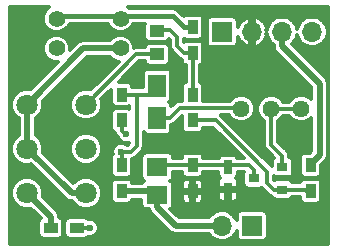
<source format=gtl>
G04 #@! TF.FileFunction,Copper,L1,Top,Signal*
%FSLAX46Y46*%
G04 Gerber Fmt 4.6, Leading zero omitted, Abs format (unit mm)*
G04 Created by KiCad (PCBNEW 4.0.4-1.fc24-product) date Mon Aug 27 11:18:24 2018*
%MOMM*%
%LPD*%
G01*
G04 APERTURE LIST*
%ADD10C,0.100000*%
%ADD11C,1.800000*%
%ADD12R,0.900000X1.200000*%
%ADD13C,1.400000*%
%ADD14C,1.440000*%
%ADD15R,0.750000X1.200000*%
%ADD16R,0.900000X0.800000*%
%ADD17R,1.200000X0.900000*%
%ADD18R,1.250000X1.000000*%
%ADD19R,1.501140X1.950720*%
%ADD20R,1.800860X1.549400*%
%ADD21R,1.700000X1.700000*%
%ADD22O,1.700000X1.700000*%
%ADD23C,0.600000*%
%ADD24C,0.300000*%
%ADD25C,0.500000*%
%ADD26C,0.400000*%
G04 APERTURE END LIST*
D10*
D11*
X139000000Y-92750000D03*
X139000000Y-96500000D03*
X139000000Y-100250000D03*
X144000000Y-92750000D03*
X144000000Y-96500000D03*
X144000000Y-100250000D03*
D12*
X147000000Y-94100000D03*
X147000000Y-91900000D03*
D13*
X141500000Y-85500000D03*
X141500000Y-88000000D03*
X146900000Y-85500000D03*
X146900000Y-88000000D03*
D14*
X162200000Y-93100000D03*
X159660000Y-93100000D03*
X157120000Y-93100000D03*
D12*
X147000000Y-100100000D03*
X147000000Y-97900000D03*
D15*
X156000000Y-98050000D03*
X156000000Y-99950000D03*
D16*
X160600000Y-99950000D03*
X160600000Y-98050000D03*
X158200000Y-99000000D03*
D12*
X153000000Y-97900000D03*
X153000000Y-100100000D03*
X163000000Y-97900000D03*
X163000000Y-100100000D03*
X153000000Y-91900000D03*
X153000000Y-94100000D03*
X153000000Y-88400000D03*
X153000000Y-86200000D03*
D17*
X141000000Y-103200000D03*
X143200000Y-103200000D03*
D18*
X150000000Y-86500000D03*
X150000000Y-88500000D03*
D19*
X150003920Y-93893402D03*
X150003920Y-91145122D03*
D20*
X150003920Y-98019262D03*
X150003920Y-100371302D03*
D21*
X158040000Y-103000000D03*
D22*
X155500000Y-103000000D03*
D21*
X155500000Y-86600000D03*
D22*
X158040000Y-86600000D03*
X160580000Y-86600000D03*
X163120000Y-86600000D03*
D23*
X146963596Y-96736404D03*
X144300000Y-103200000D03*
X147369662Y-95269662D03*
D24*
X158200000Y-99000000D02*
X158200000Y-98300000D01*
X158200000Y-98300000D02*
X157800000Y-97900000D01*
X156150000Y-97900000D02*
X156000000Y-98050000D01*
X157800000Y-97900000D02*
X156150000Y-97900000D01*
X153000000Y-97900000D02*
X155850000Y-97900000D01*
X155850000Y-97900000D02*
X156000000Y-98050000D01*
X153000000Y-97900000D02*
X150076020Y-97900000D01*
X150076020Y-97900000D02*
X150000000Y-97823980D01*
D25*
X147000000Y-100100000D02*
X149923980Y-100100000D01*
X149923980Y-100100000D02*
X150000000Y-100176020D01*
X149860000Y-100515222D02*
X150003920Y-100371302D01*
X150003920Y-101446002D02*
X150003920Y-100371302D01*
X151557918Y-103000000D02*
X150003920Y-101446002D01*
X155500000Y-103000000D02*
X151557918Y-103000000D01*
D24*
X147000000Y-91900000D02*
X148253920Y-91900000D01*
X148253920Y-91900000D02*
X149249042Y-91900000D01*
X147786778Y-96736404D02*
X148253920Y-96269262D01*
X148253920Y-96269262D02*
X148253920Y-91900000D01*
X146963596Y-96736404D02*
X147786778Y-96736404D01*
X149249042Y-91900000D02*
X150003920Y-91145122D01*
X147000000Y-97900000D02*
X147000000Y-96772808D01*
X147000000Y-96772808D02*
X146963596Y-96736404D01*
X143200000Y-103200000D02*
X144300000Y-103200000D01*
X150003920Y-93893402D02*
X151054490Y-93893402D01*
X151054490Y-93893402D02*
X151897893Y-93049999D01*
X151897893Y-93049999D02*
X156973183Y-93049999D01*
X150100000Y-86400000D02*
X151100000Y-86400000D01*
X151100000Y-86400000D02*
X151700000Y-87000000D01*
X151700000Y-87000000D02*
X151700000Y-87800000D01*
X151700000Y-87800000D02*
X152300000Y-88400000D01*
X152300000Y-88400000D02*
X153000000Y-88400000D01*
X152800000Y-88600000D02*
X153000000Y-88400000D01*
X153000000Y-88250000D02*
X153000000Y-88400000D01*
X153000000Y-88400000D02*
X153000000Y-89300000D01*
X153000000Y-89300000D02*
X153000000Y-91900000D01*
X144000000Y-92750000D02*
X148250000Y-88500000D01*
X148250000Y-88500000D02*
X150000000Y-88500000D01*
D26*
X141500000Y-85500000D02*
X141750000Y-85250000D01*
X141750000Y-85250000D02*
X146650000Y-85250000D01*
X146650000Y-85250000D02*
X146800000Y-85400000D01*
X147000000Y-85400000D02*
X147150000Y-85250000D01*
X147150000Y-85250000D02*
X151300000Y-85250000D01*
X151300000Y-85250000D02*
X152250000Y-86200000D01*
X152250000Y-86200000D02*
X153000000Y-86200000D01*
D25*
X160400000Y-86550000D02*
X160400000Y-86300000D01*
X163000000Y-97750000D02*
X163000000Y-97900000D01*
X163750000Y-97000000D02*
X163000000Y-97750000D01*
X163750000Y-90972081D02*
X163750000Y-97000000D01*
X160580000Y-87802081D02*
X163750000Y-90972081D01*
X160580000Y-86600000D02*
X160580000Y-87802081D01*
D24*
X160600000Y-99950000D02*
X162850000Y-99950000D01*
X162850000Y-99950000D02*
X163000000Y-100100000D01*
X160600000Y-99950000D02*
X159850000Y-99950000D01*
X159300000Y-98439998D02*
X154960002Y-94100000D01*
X159850000Y-99950000D02*
X159300000Y-99400000D01*
X159300000Y-99400000D02*
X159300000Y-98439998D01*
X154960002Y-94100000D02*
X153000000Y-94100000D01*
X153000000Y-94100000D02*
X153200000Y-94300000D01*
X162600000Y-100100000D02*
X163000000Y-100100000D01*
X147269662Y-95269662D02*
X147369662Y-95269662D01*
X147000000Y-95000000D02*
X147269662Y-95269662D01*
X147000000Y-94100000D02*
X147000000Y-95000000D01*
X160600000Y-98050000D02*
X160600000Y-97100000D01*
X159660000Y-96160000D02*
X159660000Y-93100000D01*
X160600000Y-97100000D02*
X159660000Y-96160000D01*
X162200000Y-93100000D02*
X160950000Y-93100000D01*
X160950000Y-93100000D02*
X159660000Y-93100000D01*
X160600000Y-98000000D02*
X160550000Y-98050000D01*
X160550000Y-98050000D02*
X160600000Y-98050000D01*
D25*
X146900000Y-88000000D02*
X143750000Y-88000000D01*
X143750000Y-88000000D02*
X139000000Y-92750000D01*
X139000000Y-96500000D02*
X142750000Y-100250000D01*
X142750000Y-100250000D02*
X144000000Y-100250000D01*
X139000000Y-92750000D02*
X139000000Y-94022792D01*
X139000000Y-94022792D02*
X139000000Y-96500000D01*
X141000000Y-102250000D02*
X139000000Y-100250000D01*
X141000000Y-103200000D02*
X141000000Y-102250000D01*
D24*
G36*
X140848577Y-84525077D02*
X140525077Y-84848577D01*
X140350000Y-85271251D01*
X140350000Y-85728749D01*
X140525077Y-86151423D01*
X140848577Y-86474923D01*
X141271251Y-86650000D01*
X141728749Y-86650000D01*
X142151423Y-86474923D01*
X142474923Y-86151423D01*
X142579066Y-85900000D01*
X145820934Y-85900000D01*
X145925077Y-86151423D01*
X146248577Y-86474923D01*
X146671251Y-86650000D01*
X147128749Y-86650000D01*
X147551423Y-86474923D01*
X147874923Y-86151423D01*
X147979066Y-85900000D01*
X148936075Y-85900000D01*
X148916184Y-86000000D01*
X148916184Y-87000000D01*
X148951109Y-87175581D01*
X149050568Y-87324432D01*
X149199419Y-87423891D01*
X149375000Y-87458816D01*
X150625000Y-87458816D01*
X150800581Y-87423891D01*
X150949432Y-87324432D01*
X151040144Y-87188672D01*
X151100000Y-87248528D01*
X151100000Y-87740914D01*
X151088247Y-87800000D01*
X151100000Y-87859086D01*
X151100000Y-87859091D01*
X151121550Y-87967425D01*
X151134814Y-88034108D01*
X151222870Y-88165892D01*
X151267426Y-88232575D01*
X151317519Y-88266046D01*
X151833952Y-88782480D01*
X151867425Y-88832575D01*
X152065892Y-88965187D01*
X152091184Y-88970218D01*
X152091184Y-89000000D01*
X152126109Y-89175581D01*
X152225568Y-89324432D01*
X152374419Y-89423891D01*
X152400000Y-89428979D01*
X152400001Y-90871021D01*
X152374419Y-90876109D01*
X152225568Y-90975568D01*
X152126109Y-91124419D01*
X152091184Y-91300000D01*
X152091184Y-92449999D01*
X151956979Y-92449999D01*
X151897893Y-92438246D01*
X151838806Y-92449999D01*
X151838802Y-92449999D01*
X151663785Y-92484812D01*
X151465318Y-92617424D01*
X151431846Y-92667518D01*
X151208000Y-92891365D01*
X151178381Y-92742461D01*
X151078922Y-92593610D01*
X150967652Y-92519262D01*
X151078922Y-92444914D01*
X151178381Y-92296063D01*
X151213306Y-92120482D01*
X151213306Y-90169762D01*
X151178381Y-89994181D01*
X151078922Y-89845330D01*
X150930071Y-89745871D01*
X150754490Y-89710946D01*
X149253350Y-89710946D01*
X149077769Y-89745871D01*
X148928918Y-89845330D01*
X148829459Y-89994181D01*
X148794534Y-90169762D01*
X148794534Y-91300000D01*
X148313011Y-91300000D01*
X148253920Y-91288246D01*
X148194829Y-91300000D01*
X147908816Y-91300000D01*
X147873891Y-91124419D01*
X147774432Y-90975568D01*
X147625581Y-90876109D01*
X147450000Y-90841184D01*
X146757344Y-90841184D01*
X148498528Y-89100000D01*
X148936075Y-89100000D01*
X148951109Y-89175581D01*
X149050568Y-89324432D01*
X149199419Y-89423891D01*
X149375000Y-89458816D01*
X150625000Y-89458816D01*
X150800581Y-89423891D01*
X150949432Y-89324432D01*
X151048891Y-89175581D01*
X151083816Y-89000000D01*
X151083816Y-88000000D01*
X151048891Y-87824419D01*
X150949432Y-87675568D01*
X150800581Y-87576109D01*
X150625000Y-87541184D01*
X149375000Y-87541184D01*
X149199419Y-87576109D01*
X149050568Y-87675568D01*
X148951109Y-87824419D01*
X148936075Y-87900000D01*
X148309088Y-87900000D01*
X148250000Y-87888247D01*
X148190912Y-87900000D01*
X148190909Y-87900000D01*
X148050000Y-87928029D01*
X148050000Y-87771251D01*
X147874923Y-87348577D01*
X147551423Y-87025077D01*
X147128749Y-86850000D01*
X146671251Y-86850000D01*
X146248577Y-87025077D01*
X145973654Y-87300000D01*
X143818934Y-87300000D01*
X143749999Y-87286288D01*
X143681064Y-87300000D01*
X143681060Y-87300000D01*
X143476874Y-87340615D01*
X143464958Y-87348577D01*
X143303772Y-87456278D01*
X143303771Y-87456279D01*
X143245329Y-87495329D01*
X143206279Y-87553771D01*
X142650000Y-88110050D01*
X142650000Y-87771251D01*
X142474923Y-87348577D01*
X142151423Y-87025077D01*
X141728749Y-86850000D01*
X141271251Y-86850000D01*
X140848577Y-87025077D01*
X140525077Y-87348577D01*
X140350000Y-87771251D01*
X140350000Y-88228749D01*
X140525077Y-88651423D01*
X140848577Y-88974923D01*
X141271251Y-89150000D01*
X141610051Y-89150000D01*
X139333246Y-91426805D01*
X139268532Y-91400000D01*
X138731468Y-91400000D01*
X138235286Y-91605525D01*
X137855525Y-91985286D01*
X137650000Y-92481468D01*
X137650000Y-93018532D01*
X137855525Y-93514714D01*
X138235286Y-93894475D01*
X138300001Y-93921281D01*
X138300001Y-93953848D01*
X138300000Y-93953853D01*
X138300001Y-95328719D01*
X138235286Y-95355525D01*
X137855525Y-95735286D01*
X137650000Y-96231468D01*
X137650000Y-96768532D01*
X137855525Y-97264714D01*
X138235286Y-97644475D01*
X138731468Y-97850000D01*
X139268532Y-97850000D01*
X139333246Y-97823195D01*
X142206277Y-100696226D01*
X142245329Y-100754671D01*
X142476874Y-100909385D01*
X142681060Y-100950000D01*
X142681065Y-100950000D01*
X142750000Y-100963712D01*
X142818935Y-100950000D01*
X142828720Y-100950000D01*
X142855525Y-101014714D01*
X143235286Y-101394475D01*
X143731468Y-101600000D01*
X144268532Y-101600000D01*
X144764714Y-101394475D01*
X145144475Y-101014714D01*
X145350000Y-100518532D01*
X145350000Y-99981468D01*
X145144475Y-99485286D01*
X144764714Y-99105525D01*
X144268532Y-98900000D01*
X143731468Y-98900000D01*
X143235286Y-99105525D01*
X142915380Y-99425431D01*
X140323195Y-96833246D01*
X140350000Y-96768532D01*
X140350000Y-96231468D01*
X142650000Y-96231468D01*
X142650000Y-96768532D01*
X142855525Y-97264714D01*
X143235286Y-97644475D01*
X143731468Y-97850000D01*
X144268532Y-97850000D01*
X144764714Y-97644475D01*
X145144475Y-97264714D01*
X145350000Y-96768532D01*
X145350000Y-96231468D01*
X145144475Y-95735286D01*
X144764714Y-95355525D01*
X144268532Y-95150000D01*
X143731468Y-95150000D01*
X143235286Y-95355525D01*
X142855525Y-95735286D01*
X142650000Y-96231468D01*
X140350000Y-96231468D01*
X140144475Y-95735286D01*
X139764714Y-95355525D01*
X139700000Y-95328720D01*
X139700000Y-93921280D01*
X139764714Y-93894475D01*
X140144475Y-93514714D01*
X140350000Y-93018532D01*
X140350000Y-92481468D01*
X140323195Y-92416754D01*
X144039950Y-88700000D01*
X145973654Y-88700000D01*
X146248577Y-88974923D01*
X146671251Y-89150000D01*
X146751472Y-89150000D01*
X144433246Y-91468227D01*
X144268532Y-91400000D01*
X143731468Y-91400000D01*
X143235286Y-91605525D01*
X142855525Y-91985286D01*
X142650000Y-92481468D01*
X142650000Y-93018532D01*
X142855525Y-93514714D01*
X143235286Y-93894475D01*
X143731468Y-94100000D01*
X144268532Y-94100000D01*
X144764714Y-93894475D01*
X145144475Y-93514714D01*
X145350000Y-93018532D01*
X145350000Y-92481468D01*
X145281773Y-92316754D01*
X146091184Y-91507343D01*
X146091184Y-92500000D01*
X146126109Y-92675581D01*
X146225568Y-92824432D01*
X146374419Y-92923891D01*
X146550000Y-92958816D01*
X147450000Y-92958816D01*
X147625581Y-92923891D01*
X147653921Y-92904955D01*
X147653921Y-93095045D01*
X147625581Y-93076109D01*
X147450000Y-93041184D01*
X146550000Y-93041184D01*
X146374419Y-93076109D01*
X146225568Y-93175568D01*
X146126109Y-93324419D01*
X146091184Y-93500000D01*
X146091184Y-94700000D01*
X146126109Y-94875581D01*
X146225568Y-95024432D01*
X146374419Y-95123891D01*
X146414475Y-95131859D01*
X146434814Y-95234108D01*
X146515943Y-95355525D01*
X146567426Y-95432575D01*
X146617520Y-95466047D01*
X146654553Y-95503080D01*
X146733843Y-95694503D01*
X146944821Y-95905481D01*
X147220478Y-96019662D01*
X147518846Y-96019662D01*
X147653920Y-95963712D01*
X147653920Y-96020734D01*
X147538250Y-96136404D01*
X147424256Y-96136404D01*
X147388437Y-96100585D01*
X147112780Y-95986404D01*
X146814412Y-95986404D01*
X146538755Y-96100585D01*
X146327777Y-96311563D01*
X146213596Y-96587220D01*
X146213596Y-96885588D01*
X146245383Y-96962328D01*
X146225568Y-96975568D01*
X146126109Y-97124419D01*
X146091184Y-97300000D01*
X146091184Y-98500000D01*
X146126109Y-98675581D01*
X146225568Y-98824432D01*
X146374419Y-98923891D01*
X146550000Y-98958816D01*
X147450000Y-98958816D01*
X147625581Y-98923891D01*
X147774432Y-98824432D01*
X147873891Y-98675581D01*
X147908816Y-98500000D01*
X147908816Y-97323883D01*
X148020886Y-97301591D01*
X148219353Y-97168979D01*
X148252826Y-97118883D01*
X148636404Y-96735307D01*
X148686495Y-96701837D01*
X148719965Y-96651746D01*
X148719968Y-96651743D01*
X148819107Y-96503370D01*
X148828474Y-96456278D01*
X148853920Y-96328353D01*
X148853920Y-96328350D01*
X148865673Y-96269262D01*
X148853920Y-96210174D01*
X148853920Y-95080951D01*
X148928918Y-95193194D01*
X149077769Y-95292653D01*
X149253350Y-95327578D01*
X150754490Y-95327578D01*
X150930071Y-95292653D01*
X151078922Y-95193194D01*
X151178381Y-95044343D01*
X151213306Y-94868762D01*
X151213306Y-94473565D01*
X151288598Y-94458589D01*
X151487065Y-94325977D01*
X151520538Y-94275881D01*
X152091184Y-93705236D01*
X152091184Y-94700000D01*
X152126109Y-94875581D01*
X152225568Y-95024432D01*
X152374419Y-95123891D01*
X152550000Y-95158816D01*
X153450000Y-95158816D01*
X153625581Y-95123891D01*
X153774432Y-95024432D01*
X153873891Y-94875581D01*
X153908816Y-94700000D01*
X154711475Y-94700000D01*
X157311474Y-97300000D01*
X156803979Y-97300000D01*
X156798891Y-97274419D01*
X156699432Y-97125568D01*
X156550581Y-97026109D01*
X156375000Y-96991184D01*
X155625000Y-96991184D01*
X155449419Y-97026109D01*
X155300568Y-97125568D01*
X155201109Y-97274419D01*
X155196021Y-97300000D01*
X153908816Y-97300000D01*
X153873891Y-97124419D01*
X153774432Y-96975568D01*
X153625581Y-96876109D01*
X153450000Y-96841184D01*
X152550000Y-96841184D01*
X152374419Y-96876109D01*
X152225568Y-96975568D01*
X152126109Y-97124419D01*
X152091184Y-97300000D01*
X151363166Y-97300000D01*
X151363166Y-97244562D01*
X151328241Y-97068981D01*
X151228782Y-96920130D01*
X151079931Y-96820671D01*
X150904350Y-96785746D01*
X149103490Y-96785746D01*
X148927909Y-96820671D01*
X148779058Y-96920130D01*
X148679599Y-97068981D01*
X148644674Y-97244562D01*
X148644674Y-98793962D01*
X148679599Y-98969543D01*
X148779058Y-99118394D01*
X148894129Y-99195282D01*
X148779058Y-99272170D01*
X148693645Y-99400000D01*
X147888925Y-99400000D01*
X147873891Y-99324419D01*
X147774432Y-99175568D01*
X147625581Y-99076109D01*
X147450000Y-99041184D01*
X146550000Y-99041184D01*
X146374419Y-99076109D01*
X146225568Y-99175568D01*
X146126109Y-99324419D01*
X146091184Y-99500000D01*
X146091184Y-100700000D01*
X146126109Y-100875581D01*
X146225568Y-101024432D01*
X146374419Y-101123891D01*
X146550000Y-101158816D01*
X147450000Y-101158816D01*
X147625581Y-101123891D01*
X147774432Y-101024432D01*
X147873891Y-100875581D01*
X147888925Y-100800000D01*
X148644674Y-100800000D01*
X148644674Y-101146002D01*
X148679599Y-101321583D01*
X148779058Y-101470434D01*
X148927909Y-101569893D01*
X149103490Y-101604818D01*
X149321798Y-101604818D01*
X149344535Y-101719127D01*
X149499249Y-101950672D01*
X149557694Y-101989724D01*
X151014195Y-103446226D01*
X151053247Y-103504671D01*
X151284792Y-103659385D01*
X151488978Y-103700000D01*
X151488982Y-103700000D01*
X151557917Y-103713712D01*
X151626852Y-103700000D01*
X154404229Y-103700000D01*
X154562753Y-103937247D01*
X154992765Y-104224573D01*
X155371963Y-104300000D01*
X155628037Y-104300000D01*
X156007235Y-104224573D01*
X156437247Y-103937247D01*
X156724573Y-103507235D01*
X156731184Y-103473999D01*
X156731184Y-103850000D01*
X156766109Y-104025581D01*
X156865568Y-104174432D01*
X157014419Y-104273891D01*
X157190000Y-104308816D01*
X158890000Y-104308816D01*
X159065581Y-104273891D01*
X159214432Y-104174432D01*
X159313891Y-104025581D01*
X159348816Y-103850000D01*
X159348816Y-102150000D01*
X159313891Y-101974419D01*
X159214432Y-101825568D01*
X159065581Y-101726109D01*
X158890000Y-101691184D01*
X157190000Y-101691184D01*
X157014419Y-101726109D01*
X156865568Y-101825568D01*
X156766109Y-101974419D01*
X156731184Y-102150000D01*
X156731184Y-102526001D01*
X156724573Y-102492765D01*
X156437247Y-102062753D01*
X156007235Y-101775427D01*
X155628037Y-101700000D01*
X155371963Y-101700000D01*
X154992765Y-101775427D01*
X154562753Y-102062753D01*
X154404229Y-102300000D01*
X151847867Y-102300000D01*
X151102607Y-101554741D01*
X151228782Y-101470434D01*
X151328241Y-101321583D01*
X151363166Y-101146002D01*
X151363166Y-100362500D01*
X152100000Y-100362500D01*
X152100000Y-100789511D01*
X152168509Y-100954905D01*
X152295096Y-101081492D01*
X152460490Y-101150000D01*
X152737500Y-101150000D01*
X152850000Y-101037500D01*
X152850000Y-100250000D01*
X153150000Y-100250000D01*
X153150000Y-101037500D01*
X153262500Y-101150000D01*
X153539510Y-101150000D01*
X153704904Y-101081492D01*
X153831491Y-100954905D01*
X153900000Y-100789511D01*
X153900000Y-100362500D01*
X153787500Y-100250000D01*
X153150000Y-100250000D01*
X152850000Y-100250000D01*
X152212500Y-100250000D01*
X152100000Y-100362500D01*
X151363166Y-100362500D01*
X151363166Y-100212500D01*
X155175000Y-100212500D01*
X155175000Y-100639511D01*
X155243509Y-100804905D01*
X155370096Y-100931492D01*
X155535490Y-101000000D01*
X155737500Y-101000000D01*
X155850000Y-100887500D01*
X155850000Y-100100000D01*
X156150000Y-100100000D01*
X156150000Y-100887500D01*
X156262500Y-101000000D01*
X156464510Y-101000000D01*
X156629904Y-100931492D01*
X156756491Y-100804905D01*
X156825000Y-100639511D01*
X156825000Y-100212500D01*
X156712500Y-100100000D01*
X156150000Y-100100000D01*
X155850000Y-100100000D01*
X155287500Y-100100000D01*
X155175000Y-100212500D01*
X151363166Y-100212500D01*
X151363166Y-99596602D01*
X151328241Y-99421021D01*
X151321204Y-99410489D01*
X152100000Y-99410489D01*
X152100000Y-99837500D01*
X152212500Y-99950000D01*
X152850000Y-99950000D01*
X152850000Y-99162500D01*
X153150000Y-99162500D01*
X153150000Y-99950000D01*
X153787500Y-99950000D01*
X153900000Y-99837500D01*
X153900000Y-99410489D01*
X153831491Y-99245095D01*
X153704904Y-99118508D01*
X153539510Y-99050000D01*
X153262500Y-99050000D01*
X153150000Y-99162500D01*
X152850000Y-99162500D01*
X152737500Y-99050000D01*
X152460490Y-99050000D01*
X152295096Y-99118508D01*
X152168509Y-99245095D01*
X152100000Y-99410489D01*
X151321204Y-99410489D01*
X151228782Y-99272170D01*
X151113711Y-99195282D01*
X151228782Y-99118394D01*
X151328241Y-98969543D01*
X151363166Y-98793962D01*
X151363166Y-98500000D01*
X152091184Y-98500000D01*
X152126109Y-98675581D01*
X152225568Y-98824432D01*
X152374419Y-98923891D01*
X152550000Y-98958816D01*
X153450000Y-98958816D01*
X153625581Y-98923891D01*
X153774432Y-98824432D01*
X153873891Y-98675581D01*
X153908816Y-98500000D01*
X155166184Y-98500000D01*
X155166184Y-98650000D01*
X155201109Y-98825581D01*
X155300568Y-98974432D01*
X155338696Y-98999908D01*
X155243509Y-99095095D01*
X155175000Y-99260489D01*
X155175000Y-99687500D01*
X155287500Y-99800000D01*
X155850000Y-99800000D01*
X155850000Y-99780000D01*
X156150000Y-99780000D01*
X156150000Y-99800000D01*
X156712500Y-99800000D01*
X156825000Y-99687500D01*
X156825000Y-99260489D01*
X156756491Y-99095095D01*
X156661304Y-98999908D01*
X156699432Y-98974432D01*
X156798891Y-98825581D01*
X156833816Y-98650000D01*
X156833816Y-98500000D01*
X157311075Y-98500000D01*
X157291184Y-98600000D01*
X157291184Y-99400000D01*
X157326109Y-99575581D01*
X157425568Y-99724432D01*
X157574419Y-99823891D01*
X157750000Y-99858816D01*
X158650000Y-99858816D01*
X158825581Y-99823891D01*
X158850498Y-99807242D01*
X158867425Y-99832575D01*
X158917521Y-99866048D01*
X159383952Y-100332480D01*
X159417425Y-100382575D01*
X159615892Y-100515187D01*
X159734994Y-100538878D01*
X159825568Y-100674432D01*
X159974419Y-100773891D01*
X160150000Y-100808816D01*
X161050000Y-100808816D01*
X161225581Y-100773891D01*
X161374432Y-100674432D01*
X161457575Y-100550000D01*
X162091184Y-100550000D01*
X162091184Y-100700000D01*
X162126109Y-100875581D01*
X162225568Y-101024432D01*
X162374419Y-101123891D01*
X162550000Y-101158816D01*
X163450000Y-101158816D01*
X163625581Y-101123891D01*
X163774432Y-101024432D01*
X163873891Y-100875581D01*
X163908816Y-100700000D01*
X163908816Y-99500000D01*
X163873891Y-99324419D01*
X163774432Y-99175568D01*
X163625581Y-99076109D01*
X163450000Y-99041184D01*
X162550000Y-99041184D01*
X162374419Y-99076109D01*
X162225568Y-99175568D01*
X162126109Y-99324419D01*
X162121021Y-99350000D01*
X161457575Y-99350000D01*
X161374432Y-99225568D01*
X161225581Y-99126109D01*
X161050000Y-99091184D01*
X160150000Y-99091184D01*
X159974419Y-99126109D01*
X159914604Y-99166076D01*
X159900000Y-99151473D01*
X159900000Y-98824166D01*
X159974419Y-98873891D01*
X160150000Y-98908816D01*
X161050000Y-98908816D01*
X161225581Y-98873891D01*
X161374432Y-98774432D01*
X161473891Y-98625581D01*
X161508816Y-98450000D01*
X161508816Y-97650000D01*
X161473891Y-97474419D01*
X161374432Y-97325568D01*
X161225581Y-97226109D01*
X161200000Y-97221021D01*
X161200000Y-97159088D01*
X161211753Y-97100000D01*
X161200000Y-97040912D01*
X161200000Y-97040909D01*
X161165187Y-96865892D01*
X161165187Y-96865891D01*
X161066047Y-96717519D01*
X161032575Y-96667425D01*
X160982481Y-96633953D01*
X160260000Y-95911473D01*
X160260000Y-94117871D01*
X160322752Y-94091878D01*
X160651878Y-93762752D01*
X160677871Y-93700000D01*
X161182129Y-93700000D01*
X161208122Y-93762752D01*
X161537248Y-94091878D01*
X161967272Y-94270000D01*
X162432728Y-94270000D01*
X162862752Y-94091878D01*
X163050000Y-93904630D01*
X163050001Y-96710050D01*
X162918867Y-96841184D01*
X162550000Y-96841184D01*
X162374419Y-96876109D01*
X162225568Y-96975568D01*
X162126109Y-97124419D01*
X162091184Y-97300000D01*
X162091184Y-98500000D01*
X162126109Y-98675581D01*
X162225568Y-98824432D01*
X162374419Y-98923891D01*
X162550000Y-98958816D01*
X163450000Y-98958816D01*
X163625581Y-98923891D01*
X163774432Y-98824432D01*
X163873891Y-98675581D01*
X163908816Y-98500000D01*
X163908816Y-97831133D01*
X164196226Y-97543723D01*
X164254671Y-97504671D01*
X164409385Y-97273126D01*
X164450000Y-97068940D01*
X164450000Y-97068936D01*
X164463712Y-97000001D01*
X164450000Y-96931066D01*
X164450000Y-91041016D01*
X164463712Y-90972081D01*
X164450000Y-90903146D01*
X164450000Y-90903141D01*
X164409385Y-90698955D01*
X164298743Y-90533369D01*
X164293722Y-90525854D01*
X164293720Y-90525852D01*
X164254670Y-90467410D01*
X164196228Y-90428360D01*
X161390083Y-87622216D01*
X161517247Y-87537247D01*
X161804573Y-87107235D01*
X161850000Y-86878857D01*
X161895427Y-87107235D01*
X162182753Y-87537247D01*
X162612765Y-87824573D01*
X162991963Y-87900000D01*
X163248037Y-87900000D01*
X163627235Y-87824573D01*
X164057247Y-87537247D01*
X164344573Y-87107235D01*
X164445468Y-86600000D01*
X164344573Y-86092765D01*
X164057247Y-85662753D01*
X163627235Y-85375427D01*
X163248037Y-85300000D01*
X162991963Y-85300000D01*
X162612765Y-85375427D01*
X162182753Y-85662753D01*
X161895427Y-86092765D01*
X161850000Y-86321143D01*
X161804573Y-86092765D01*
X161517247Y-85662753D01*
X161087235Y-85375427D01*
X160708037Y-85300000D01*
X160451963Y-85300000D01*
X160072765Y-85375427D01*
X159642753Y-85662753D01*
X159355427Y-86092765D01*
X159284369Y-86449998D01*
X159218831Y-86449998D01*
X159291966Y-86249838D01*
X159062665Y-85797386D01*
X158677672Y-85467124D01*
X158390160Y-85348046D01*
X158190000Y-85422012D01*
X158190000Y-86450000D01*
X158210000Y-86450000D01*
X158210000Y-86750000D01*
X158190000Y-86750000D01*
X158190000Y-87777988D01*
X158390160Y-87851954D01*
X158677672Y-87732876D01*
X159062665Y-87402614D01*
X159291966Y-86950162D01*
X159218831Y-86750002D01*
X159284369Y-86750002D01*
X159355427Y-87107235D01*
X159642753Y-87537247D01*
X159880001Y-87695772D01*
X159880001Y-87733141D01*
X159866288Y-87802081D01*
X159920616Y-88075207D01*
X159997927Y-88190910D01*
X160075330Y-88306752D01*
X160133774Y-88345803D01*
X163050000Y-91262030D01*
X163050000Y-92295370D01*
X162862752Y-92108122D01*
X162432728Y-91930000D01*
X161967272Y-91930000D01*
X161537248Y-92108122D01*
X161208122Y-92437248D01*
X161182129Y-92500000D01*
X160677871Y-92500000D01*
X160651878Y-92437248D01*
X160322752Y-92108122D01*
X159892728Y-91930000D01*
X159427272Y-91930000D01*
X158997248Y-92108122D01*
X158668122Y-92437248D01*
X158490000Y-92867272D01*
X158490000Y-93332728D01*
X158668122Y-93762752D01*
X158997248Y-94091878D01*
X159060001Y-94117871D01*
X159060000Y-96100914D01*
X159048247Y-96160000D01*
X159060000Y-96219086D01*
X159060000Y-96219090D01*
X159094813Y-96394107D01*
X159227425Y-96592575D01*
X159277521Y-96626049D01*
X159916369Y-97264897D01*
X159825568Y-97325568D01*
X159726109Y-97474419D01*
X159691184Y-97650000D01*
X159691184Y-97979766D01*
X159682481Y-97973951D01*
X155426051Y-93717522D01*
X155392577Y-93667425D01*
X155366497Y-93649999D01*
X156081418Y-93649999D01*
X156128122Y-93762752D01*
X156457248Y-94091878D01*
X156887272Y-94270000D01*
X157352728Y-94270000D01*
X157782752Y-94091878D01*
X158111878Y-93762752D01*
X158290000Y-93332728D01*
X158290000Y-92867272D01*
X158111878Y-92437248D01*
X157782752Y-92108122D01*
X157352728Y-91930000D01*
X156887272Y-91930000D01*
X156457248Y-92108122D01*
X156128122Y-92437248D01*
X156122840Y-92449999D01*
X153908816Y-92449999D01*
X153908816Y-91300000D01*
X153873891Y-91124419D01*
X153774432Y-90975568D01*
X153625581Y-90876109D01*
X153600000Y-90871021D01*
X153600000Y-89428979D01*
X153625581Y-89423891D01*
X153774432Y-89324432D01*
X153873891Y-89175581D01*
X153908816Y-89000000D01*
X153908816Y-87800000D01*
X153873891Y-87624419D01*
X153774432Y-87475568D01*
X153625581Y-87376109D01*
X153450000Y-87341184D01*
X152550000Y-87341184D01*
X152374419Y-87376109D01*
X152300000Y-87425834D01*
X152300000Y-87174166D01*
X152374419Y-87223891D01*
X152550000Y-87258816D01*
X153450000Y-87258816D01*
X153625581Y-87223891D01*
X153774432Y-87124432D01*
X153873891Y-86975581D01*
X153908816Y-86800000D01*
X153908816Y-85750000D01*
X154191184Y-85750000D01*
X154191184Y-87450000D01*
X154226109Y-87625581D01*
X154325568Y-87774432D01*
X154474419Y-87873891D01*
X154650000Y-87908816D01*
X156350000Y-87908816D01*
X156525581Y-87873891D01*
X156674432Y-87774432D01*
X156773891Y-87625581D01*
X156808816Y-87450000D01*
X156808816Y-86991169D01*
X157017335Y-87402614D01*
X157402328Y-87732876D01*
X157689840Y-87851954D01*
X157890000Y-87777988D01*
X157890000Y-86750000D01*
X157870000Y-86750000D01*
X157870000Y-86450000D01*
X157890000Y-86450000D01*
X157890000Y-85422012D01*
X157689840Y-85348046D01*
X157402328Y-85467124D01*
X157017335Y-85797386D01*
X156808816Y-86208831D01*
X156808816Y-85750000D01*
X156773891Y-85574419D01*
X156674432Y-85425568D01*
X156525581Y-85326109D01*
X156350000Y-85291184D01*
X154650000Y-85291184D01*
X154474419Y-85326109D01*
X154325568Y-85425568D01*
X154226109Y-85574419D01*
X154191184Y-85750000D01*
X153908816Y-85750000D01*
X153908816Y-85600000D01*
X153873891Y-85424419D01*
X153774432Y-85275568D01*
X153625581Y-85176109D01*
X153450000Y-85141184D01*
X152550000Y-85141184D01*
X152374419Y-85176109D01*
X152237100Y-85267862D01*
X151804891Y-84835654D01*
X151768624Y-84781376D01*
X151553617Y-84637714D01*
X151364018Y-84600000D01*
X151364016Y-84600000D01*
X151300000Y-84587266D01*
X151235984Y-84600000D01*
X147626346Y-84600000D01*
X147551423Y-84525077D01*
X147551237Y-84525000D01*
X164475001Y-84525000D01*
X164475000Y-104575000D01*
X137525000Y-104575000D01*
X137525000Y-99981468D01*
X137650000Y-99981468D01*
X137650000Y-100518532D01*
X137855525Y-101014714D01*
X138235286Y-101394475D01*
X138731468Y-101600000D01*
X139268532Y-101600000D01*
X139333246Y-101573195D01*
X140141539Y-102381488D01*
X140075568Y-102425568D01*
X139976109Y-102574419D01*
X139941184Y-102750000D01*
X139941184Y-103650000D01*
X139976109Y-103825581D01*
X140075568Y-103974432D01*
X140224419Y-104073891D01*
X140400000Y-104108816D01*
X141600000Y-104108816D01*
X141775581Y-104073891D01*
X141924432Y-103974432D01*
X142023891Y-103825581D01*
X142058816Y-103650000D01*
X142058816Y-102750000D01*
X142141184Y-102750000D01*
X142141184Y-103650000D01*
X142176109Y-103825581D01*
X142275568Y-103974432D01*
X142424419Y-104073891D01*
X142600000Y-104108816D01*
X143800000Y-104108816D01*
X143975581Y-104073891D01*
X144124432Y-103974432D01*
X144142937Y-103946737D01*
X144150816Y-103950000D01*
X144449184Y-103950000D01*
X144724841Y-103835819D01*
X144935819Y-103624841D01*
X145050000Y-103349184D01*
X145050000Y-103050816D01*
X144935819Y-102775159D01*
X144724841Y-102564181D01*
X144449184Y-102450000D01*
X144150816Y-102450000D01*
X144142937Y-102453263D01*
X144124432Y-102425568D01*
X143975581Y-102326109D01*
X143800000Y-102291184D01*
X142600000Y-102291184D01*
X142424419Y-102326109D01*
X142275568Y-102425568D01*
X142176109Y-102574419D01*
X142141184Y-102750000D01*
X142058816Y-102750000D01*
X142023891Y-102574419D01*
X141924432Y-102425568D01*
X141775581Y-102326109D01*
X141701504Y-102311374D01*
X141713712Y-102249999D01*
X141700000Y-102181064D01*
X141700000Y-102181060D01*
X141659385Y-101976874D01*
X141504671Y-101745329D01*
X141446226Y-101706277D01*
X140323195Y-100583246D01*
X140350000Y-100518532D01*
X140350000Y-99981468D01*
X140144475Y-99485286D01*
X139764714Y-99105525D01*
X139268532Y-98900000D01*
X138731468Y-98900000D01*
X138235286Y-99105525D01*
X137855525Y-99485286D01*
X137650000Y-99981468D01*
X137525000Y-99981468D01*
X137525000Y-84525000D01*
X140848763Y-84525000D01*
X140848577Y-84525077D01*
X140848577Y-84525077D01*
G37*
X140848577Y-84525077D02*
X140525077Y-84848577D01*
X140350000Y-85271251D01*
X140350000Y-85728749D01*
X140525077Y-86151423D01*
X140848577Y-86474923D01*
X141271251Y-86650000D01*
X141728749Y-86650000D01*
X142151423Y-86474923D01*
X142474923Y-86151423D01*
X142579066Y-85900000D01*
X145820934Y-85900000D01*
X145925077Y-86151423D01*
X146248577Y-86474923D01*
X146671251Y-86650000D01*
X147128749Y-86650000D01*
X147551423Y-86474923D01*
X147874923Y-86151423D01*
X147979066Y-85900000D01*
X148936075Y-85900000D01*
X148916184Y-86000000D01*
X148916184Y-87000000D01*
X148951109Y-87175581D01*
X149050568Y-87324432D01*
X149199419Y-87423891D01*
X149375000Y-87458816D01*
X150625000Y-87458816D01*
X150800581Y-87423891D01*
X150949432Y-87324432D01*
X151040144Y-87188672D01*
X151100000Y-87248528D01*
X151100000Y-87740914D01*
X151088247Y-87800000D01*
X151100000Y-87859086D01*
X151100000Y-87859091D01*
X151121550Y-87967425D01*
X151134814Y-88034108D01*
X151222870Y-88165892D01*
X151267426Y-88232575D01*
X151317519Y-88266046D01*
X151833952Y-88782480D01*
X151867425Y-88832575D01*
X152065892Y-88965187D01*
X152091184Y-88970218D01*
X152091184Y-89000000D01*
X152126109Y-89175581D01*
X152225568Y-89324432D01*
X152374419Y-89423891D01*
X152400000Y-89428979D01*
X152400001Y-90871021D01*
X152374419Y-90876109D01*
X152225568Y-90975568D01*
X152126109Y-91124419D01*
X152091184Y-91300000D01*
X152091184Y-92449999D01*
X151956979Y-92449999D01*
X151897893Y-92438246D01*
X151838806Y-92449999D01*
X151838802Y-92449999D01*
X151663785Y-92484812D01*
X151465318Y-92617424D01*
X151431846Y-92667518D01*
X151208000Y-92891365D01*
X151178381Y-92742461D01*
X151078922Y-92593610D01*
X150967652Y-92519262D01*
X151078922Y-92444914D01*
X151178381Y-92296063D01*
X151213306Y-92120482D01*
X151213306Y-90169762D01*
X151178381Y-89994181D01*
X151078922Y-89845330D01*
X150930071Y-89745871D01*
X150754490Y-89710946D01*
X149253350Y-89710946D01*
X149077769Y-89745871D01*
X148928918Y-89845330D01*
X148829459Y-89994181D01*
X148794534Y-90169762D01*
X148794534Y-91300000D01*
X148313011Y-91300000D01*
X148253920Y-91288246D01*
X148194829Y-91300000D01*
X147908816Y-91300000D01*
X147873891Y-91124419D01*
X147774432Y-90975568D01*
X147625581Y-90876109D01*
X147450000Y-90841184D01*
X146757344Y-90841184D01*
X148498528Y-89100000D01*
X148936075Y-89100000D01*
X148951109Y-89175581D01*
X149050568Y-89324432D01*
X149199419Y-89423891D01*
X149375000Y-89458816D01*
X150625000Y-89458816D01*
X150800581Y-89423891D01*
X150949432Y-89324432D01*
X151048891Y-89175581D01*
X151083816Y-89000000D01*
X151083816Y-88000000D01*
X151048891Y-87824419D01*
X150949432Y-87675568D01*
X150800581Y-87576109D01*
X150625000Y-87541184D01*
X149375000Y-87541184D01*
X149199419Y-87576109D01*
X149050568Y-87675568D01*
X148951109Y-87824419D01*
X148936075Y-87900000D01*
X148309088Y-87900000D01*
X148250000Y-87888247D01*
X148190912Y-87900000D01*
X148190909Y-87900000D01*
X148050000Y-87928029D01*
X148050000Y-87771251D01*
X147874923Y-87348577D01*
X147551423Y-87025077D01*
X147128749Y-86850000D01*
X146671251Y-86850000D01*
X146248577Y-87025077D01*
X145973654Y-87300000D01*
X143818934Y-87300000D01*
X143749999Y-87286288D01*
X143681064Y-87300000D01*
X143681060Y-87300000D01*
X143476874Y-87340615D01*
X143464958Y-87348577D01*
X143303772Y-87456278D01*
X143303771Y-87456279D01*
X143245329Y-87495329D01*
X143206279Y-87553771D01*
X142650000Y-88110050D01*
X142650000Y-87771251D01*
X142474923Y-87348577D01*
X142151423Y-87025077D01*
X141728749Y-86850000D01*
X141271251Y-86850000D01*
X140848577Y-87025077D01*
X140525077Y-87348577D01*
X140350000Y-87771251D01*
X140350000Y-88228749D01*
X140525077Y-88651423D01*
X140848577Y-88974923D01*
X141271251Y-89150000D01*
X141610051Y-89150000D01*
X139333246Y-91426805D01*
X139268532Y-91400000D01*
X138731468Y-91400000D01*
X138235286Y-91605525D01*
X137855525Y-91985286D01*
X137650000Y-92481468D01*
X137650000Y-93018532D01*
X137855525Y-93514714D01*
X138235286Y-93894475D01*
X138300001Y-93921281D01*
X138300001Y-93953848D01*
X138300000Y-93953853D01*
X138300001Y-95328719D01*
X138235286Y-95355525D01*
X137855525Y-95735286D01*
X137650000Y-96231468D01*
X137650000Y-96768532D01*
X137855525Y-97264714D01*
X138235286Y-97644475D01*
X138731468Y-97850000D01*
X139268532Y-97850000D01*
X139333246Y-97823195D01*
X142206277Y-100696226D01*
X142245329Y-100754671D01*
X142476874Y-100909385D01*
X142681060Y-100950000D01*
X142681065Y-100950000D01*
X142750000Y-100963712D01*
X142818935Y-100950000D01*
X142828720Y-100950000D01*
X142855525Y-101014714D01*
X143235286Y-101394475D01*
X143731468Y-101600000D01*
X144268532Y-101600000D01*
X144764714Y-101394475D01*
X145144475Y-101014714D01*
X145350000Y-100518532D01*
X145350000Y-99981468D01*
X145144475Y-99485286D01*
X144764714Y-99105525D01*
X144268532Y-98900000D01*
X143731468Y-98900000D01*
X143235286Y-99105525D01*
X142915380Y-99425431D01*
X140323195Y-96833246D01*
X140350000Y-96768532D01*
X140350000Y-96231468D01*
X142650000Y-96231468D01*
X142650000Y-96768532D01*
X142855525Y-97264714D01*
X143235286Y-97644475D01*
X143731468Y-97850000D01*
X144268532Y-97850000D01*
X144764714Y-97644475D01*
X145144475Y-97264714D01*
X145350000Y-96768532D01*
X145350000Y-96231468D01*
X145144475Y-95735286D01*
X144764714Y-95355525D01*
X144268532Y-95150000D01*
X143731468Y-95150000D01*
X143235286Y-95355525D01*
X142855525Y-95735286D01*
X142650000Y-96231468D01*
X140350000Y-96231468D01*
X140144475Y-95735286D01*
X139764714Y-95355525D01*
X139700000Y-95328720D01*
X139700000Y-93921280D01*
X139764714Y-93894475D01*
X140144475Y-93514714D01*
X140350000Y-93018532D01*
X140350000Y-92481468D01*
X140323195Y-92416754D01*
X144039950Y-88700000D01*
X145973654Y-88700000D01*
X146248577Y-88974923D01*
X146671251Y-89150000D01*
X146751472Y-89150000D01*
X144433246Y-91468227D01*
X144268532Y-91400000D01*
X143731468Y-91400000D01*
X143235286Y-91605525D01*
X142855525Y-91985286D01*
X142650000Y-92481468D01*
X142650000Y-93018532D01*
X142855525Y-93514714D01*
X143235286Y-93894475D01*
X143731468Y-94100000D01*
X144268532Y-94100000D01*
X144764714Y-93894475D01*
X145144475Y-93514714D01*
X145350000Y-93018532D01*
X145350000Y-92481468D01*
X145281773Y-92316754D01*
X146091184Y-91507343D01*
X146091184Y-92500000D01*
X146126109Y-92675581D01*
X146225568Y-92824432D01*
X146374419Y-92923891D01*
X146550000Y-92958816D01*
X147450000Y-92958816D01*
X147625581Y-92923891D01*
X147653921Y-92904955D01*
X147653921Y-93095045D01*
X147625581Y-93076109D01*
X147450000Y-93041184D01*
X146550000Y-93041184D01*
X146374419Y-93076109D01*
X146225568Y-93175568D01*
X146126109Y-93324419D01*
X146091184Y-93500000D01*
X146091184Y-94700000D01*
X146126109Y-94875581D01*
X146225568Y-95024432D01*
X146374419Y-95123891D01*
X146414475Y-95131859D01*
X146434814Y-95234108D01*
X146515943Y-95355525D01*
X146567426Y-95432575D01*
X146617520Y-95466047D01*
X146654553Y-95503080D01*
X146733843Y-95694503D01*
X146944821Y-95905481D01*
X147220478Y-96019662D01*
X147518846Y-96019662D01*
X147653920Y-95963712D01*
X147653920Y-96020734D01*
X147538250Y-96136404D01*
X147424256Y-96136404D01*
X147388437Y-96100585D01*
X147112780Y-95986404D01*
X146814412Y-95986404D01*
X146538755Y-96100585D01*
X146327777Y-96311563D01*
X146213596Y-96587220D01*
X146213596Y-96885588D01*
X146245383Y-96962328D01*
X146225568Y-96975568D01*
X146126109Y-97124419D01*
X146091184Y-97300000D01*
X146091184Y-98500000D01*
X146126109Y-98675581D01*
X146225568Y-98824432D01*
X146374419Y-98923891D01*
X146550000Y-98958816D01*
X147450000Y-98958816D01*
X147625581Y-98923891D01*
X147774432Y-98824432D01*
X147873891Y-98675581D01*
X147908816Y-98500000D01*
X147908816Y-97323883D01*
X148020886Y-97301591D01*
X148219353Y-97168979D01*
X148252826Y-97118883D01*
X148636404Y-96735307D01*
X148686495Y-96701837D01*
X148719965Y-96651746D01*
X148719968Y-96651743D01*
X148819107Y-96503370D01*
X148828474Y-96456278D01*
X148853920Y-96328353D01*
X148853920Y-96328350D01*
X148865673Y-96269262D01*
X148853920Y-96210174D01*
X148853920Y-95080951D01*
X148928918Y-95193194D01*
X149077769Y-95292653D01*
X149253350Y-95327578D01*
X150754490Y-95327578D01*
X150930071Y-95292653D01*
X151078922Y-95193194D01*
X151178381Y-95044343D01*
X151213306Y-94868762D01*
X151213306Y-94473565D01*
X151288598Y-94458589D01*
X151487065Y-94325977D01*
X151520538Y-94275881D01*
X152091184Y-93705236D01*
X152091184Y-94700000D01*
X152126109Y-94875581D01*
X152225568Y-95024432D01*
X152374419Y-95123891D01*
X152550000Y-95158816D01*
X153450000Y-95158816D01*
X153625581Y-95123891D01*
X153774432Y-95024432D01*
X153873891Y-94875581D01*
X153908816Y-94700000D01*
X154711475Y-94700000D01*
X157311474Y-97300000D01*
X156803979Y-97300000D01*
X156798891Y-97274419D01*
X156699432Y-97125568D01*
X156550581Y-97026109D01*
X156375000Y-96991184D01*
X155625000Y-96991184D01*
X155449419Y-97026109D01*
X155300568Y-97125568D01*
X155201109Y-97274419D01*
X155196021Y-97300000D01*
X153908816Y-97300000D01*
X153873891Y-97124419D01*
X153774432Y-96975568D01*
X153625581Y-96876109D01*
X153450000Y-96841184D01*
X152550000Y-96841184D01*
X152374419Y-96876109D01*
X152225568Y-96975568D01*
X152126109Y-97124419D01*
X152091184Y-97300000D01*
X151363166Y-97300000D01*
X151363166Y-97244562D01*
X151328241Y-97068981D01*
X151228782Y-96920130D01*
X151079931Y-96820671D01*
X150904350Y-96785746D01*
X149103490Y-96785746D01*
X148927909Y-96820671D01*
X148779058Y-96920130D01*
X148679599Y-97068981D01*
X148644674Y-97244562D01*
X148644674Y-98793962D01*
X148679599Y-98969543D01*
X148779058Y-99118394D01*
X148894129Y-99195282D01*
X148779058Y-99272170D01*
X148693645Y-99400000D01*
X147888925Y-99400000D01*
X147873891Y-99324419D01*
X147774432Y-99175568D01*
X147625581Y-99076109D01*
X147450000Y-99041184D01*
X146550000Y-99041184D01*
X146374419Y-99076109D01*
X146225568Y-99175568D01*
X146126109Y-99324419D01*
X146091184Y-99500000D01*
X146091184Y-100700000D01*
X146126109Y-100875581D01*
X146225568Y-101024432D01*
X146374419Y-101123891D01*
X146550000Y-101158816D01*
X147450000Y-101158816D01*
X147625581Y-101123891D01*
X147774432Y-101024432D01*
X147873891Y-100875581D01*
X147888925Y-100800000D01*
X148644674Y-100800000D01*
X148644674Y-101146002D01*
X148679599Y-101321583D01*
X148779058Y-101470434D01*
X148927909Y-101569893D01*
X149103490Y-101604818D01*
X149321798Y-101604818D01*
X149344535Y-101719127D01*
X149499249Y-101950672D01*
X149557694Y-101989724D01*
X151014195Y-103446226D01*
X151053247Y-103504671D01*
X151284792Y-103659385D01*
X151488978Y-103700000D01*
X151488982Y-103700000D01*
X151557917Y-103713712D01*
X151626852Y-103700000D01*
X154404229Y-103700000D01*
X154562753Y-103937247D01*
X154992765Y-104224573D01*
X155371963Y-104300000D01*
X155628037Y-104300000D01*
X156007235Y-104224573D01*
X156437247Y-103937247D01*
X156724573Y-103507235D01*
X156731184Y-103473999D01*
X156731184Y-103850000D01*
X156766109Y-104025581D01*
X156865568Y-104174432D01*
X157014419Y-104273891D01*
X157190000Y-104308816D01*
X158890000Y-104308816D01*
X159065581Y-104273891D01*
X159214432Y-104174432D01*
X159313891Y-104025581D01*
X159348816Y-103850000D01*
X159348816Y-102150000D01*
X159313891Y-101974419D01*
X159214432Y-101825568D01*
X159065581Y-101726109D01*
X158890000Y-101691184D01*
X157190000Y-101691184D01*
X157014419Y-101726109D01*
X156865568Y-101825568D01*
X156766109Y-101974419D01*
X156731184Y-102150000D01*
X156731184Y-102526001D01*
X156724573Y-102492765D01*
X156437247Y-102062753D01*
X156007235Y-101775427D01*
X155628037Y-101700000D01*
X155371963Y-101700000D01*
X154992765Y-101775427D01*
X154562753Y-102062753D01*
X154404229Y-102300000D01*
X151847867Y-102300000D01*
X151102607Y-101554741D01*
X151228782Y-101470434D01*
X151328241Y-101321583D01*
X151363166Y-101146002D01*
X151363166Y-100362500D01*
X152100000Y-100362500D01*
X152100000Y-100789511D01*
X152168509Y-100954905D01*
X152295096Y-101081492D01*
X152460490Y-101150000D01*
X152737500Y-101150000D01*
X152850000Y-101037500D01*
X152850000Y-100250000D01*
X153150000Y-100250000D01*
X153150000Y-101037500D01*
X153262500Y-101150000D01*
X153539510Y-101150000D01*
X153704904Y-101081492D01*
X153831491Y-100954905D01*
X153900000Y-100789511D01*
X153900000Y-100362500D01*
X153787500Y-100250000D01*
X153150000Y-100250000D01*
X152850000Y-100250000D01*
X152212500Y-100250000D01*
X152100000Y-100362500D01*
X151363166Y-100362500D01*
X151363166Y-100212500D01*
X155175000Y-100212500D01*
X155175000Y-100639511D01*
X155243509Y-100804905D01*
X155370096Y-100931492D01*
X155535490Y-101000000D01*
X155737500Y-101000000D01*
X155850000Y-100887500D01*
X155850000Y-100100000D01*
X156150000Y-100100000D01*
X156150000Y-100887500D01*
X156262500Y-101000000D01*
X156464510Y-101000000D01*
X156629904Y-100931492D01*
X156756491Y-100804905D01*
X156825000Y-100639511D01*
X156825000Y-100212500D01*
X156712500Y-100100000D01*
X156150000Y-100100000D01*
X155850000Y-100100000D01*
X155287500Y-100100000D01*
X155175000Y-100212500D01*
X151363166Y-100212500D01*
X151363166Y-99596602D01*
X151328241Y-99421021D01*
X151321204Y-99410489D01*
X152100000Y-99410489D01*
X152100000Y-99837500D01*
X152212500Y-99950000D01*
X152850000Y-99950000D01*
X152850000Y-99162500D01*
X153150000Y-99162500D01*
X153150000Y-99950000D01*
X153787500Y-99950000D01*
X153900000Y-99837500D01*
X153900000Y-99410489D01*
X153831491Y-99245095D01*
X153704904Y-99118508D01*
X153539510Y-99050000D01*
X153262500Y-99050000D01*
X153150000Y-99162500D01*
X152850000Y-99162500D01*
X152737500Y-99050000D01*
X152460490Y-99050000D01*
X152295096Y-99118508D01*
X152168509Y-99245095D01*
X152100000Y-99410489D01*
X151321204Y-99410489D01*
X151228782Y-99272170D01*
X151113711Y-99195282D01*
X151228782Y-99118394D01*
X151328241Y-98969543D01*
X151363166Y-98793962D01*
X151363166Y-98500000D01*
X152091184Y-98500000D01*
X152126109Y-98675581D01*
X152225568Y-98824432D01*
X152374419Y-98923891D01*
X152550000Y-98958816D01*
X153450000Y-98958816D01*
X153625581Y-98923891D01*
X153774432Y-98824432D01*
X153873891Y-98675581D01*
X153908816Y-98500000D01*
X155166184Y-98500000D01*
X155166184Y-98650000D01*
X155201109Y-98825581D01*
X155300568Y-98974432D01*
X155338696Y-98999908D01*
X155243509Y-99095095D01*
X155175000Y-99260489D01*
X155175000Y-99687500D01*
X155287500Y-99800000D01*
X155850000Y-99800000D01*
X155850000Y-99780000D01*
X156150000Y-99780000D01*
X156150000Y-99800000D01*
X156712500Y-99800000D01*
X156825000Y-99687500D01*
X156825000Y-99260489D01*
X156756491Y-99095095D01*
X156661304Y-98999908D01*
X156699432Y-98974432D01*
X156798891Y-98825581D01*
X156833816Y-98650000D01*
X156833816Y-98500000D01*
X157311075Y-98500000D01*
X157291184Y-98600000D01*
X157291184Y-99400000D01*
X157326109Y-99575581D01*
X157425568Y-99724432D01*
X157574419Y-99823891D01*
X157750000Y-99858816D01*
X158650000Y-99858816D01*
X158825581Y-99823891D01*
X158850498Y-99807242D01*
X158867425Y-99832575D01*
X158917521Y-99866048D01*
X159383952Y-100332480D01*
X159417425Y-100382575D01*
X159615892Y-100515187D01*
X159734994Y-100538878D01*
X159825568Y-100674432D01*
X159974419Y-100773891D01*
X160150000Y-100808816D01*
X161050000Y-100808816D01*
X161225581Y-100773891D01*
X161374432Y-100674432D01*
X161457575Y-100550000D01*
X162091184Y-100550000D01*
X162091184Y-100700000D01*
X162126109Y-100875581D01*
X162225568Y-101024432D01*
X162374419Y-101123891D01*
X162550000Y-101158816D01*
X163450000Y-101158816D01*
X163625581Y-101123891D01*
X163774432Y-101024432D01*
X163873891Y-100875581D01*
X163908816Y-100700000D01*
X163908816Y-99500000D01*
X163873891Y-99324419D01*
X163774432Y-99175568D01*
X163625581Y-99076109D01*
X163450000Y-99041184D01*
X162550000Y-99041184D01*
X162374419Y-99076109D01*
X162225568Y-99175568D01*
X162126109Y-99324419D01*
X162121021Y-99350000D01*
X161457575Y-99350000D01*
X161374432Y-99225568D01*
X161225581Y-99126109D01*
X161050000Y-99091184D01*
X160150000Y-99091184D01*
X159974419Y-99126109D01*
X159914604Y-99166076D01*
X159900000Y-99151473D01*
X159900000Y-98824166D01*
X159974419Y-98873891D01*
X160150000Y-98908816D01*
X161050000Y-98908816D01*
X161225581Y-98873891D01*
X161374432Y-98774432D01*
X161473891Y-98625581D01*
X161508816Y-98450000D01*
X161508816Y-97650000D01*
X161473891Y-97474419D01*
X161374432Y-97325568D01*
X161225581Y-97226109D01*
X161200000Y-97221021D01*
X161200000Y-97159088D01*
X161211753Y-97100000D01*
X161200000Y-97040912D01*
X161200000Y-97040909D01*
X161165187Y-96865892D01*
X161165187Y-96865891D01*
X161066047Y-96717519D01*
X161032575Y-96667425D01*
X160982481Y-96633953D01*
X160260000Y-95911473D01*
X160260000Y-94117871D01*
X160322752Y-94091878D01*
X160651878Y-93762752D01*
X160677871Y-93700000D01*
X161182129Y-93700000D01*
X161208122Y-93762752D01*
X161537248Y-94091878D01*
X161967272Y-94270000D01*
X162432728Y-94270000D01*
X162862752Y-94091878D01*
X163050000Y-93904630D01*
X163050001Y-96710050D01*
X162918867Y-96841184D01*
X162550000Y-96841184D01*
X162374419Y-96876109D01*
X162225568Y-96975568D01*
X162126109Y-97124419D01*
X162091184Y-97300000D01*
X162091184Y-98500000D01*
X162126109Y-98675581D01*
X162225568Y-98824432D01*
X162374419Y-98923891D01*
X162550000Y-98958816D01*
X163450000Y-98958816D01*
X163625581Y-98923891D01*
X163774432Y-98824432D01*
X163873891Y-98675581D01*
X163908816Y-98500000D01*
X163908816Y-97831133D01*
X164196226Y-97543723D01*
X164254671Y-97504671D01*
X164409385Y-97273126D01*
X164450000Y-97068940D01*
X164450000Y-97068936D01*
X164463712Y-97000001D01*
X164450000Y-96931066D01*
X164450000Y-91041016D01*
X164463712Y-90972081D01*
X164450000Y-90903146D01*
X164450000Y-90903141D01*
X164409385Y-90698955D01*
X164298743Y-90533369D01*
X164293722Y-90525854D01*
X164293720Y-90525852D01*
X164254670Y-90467410D01*
X164196228Y-90428360D01*
X161390083Y-87622216D01*
X161517247Y-87537247D01*
X161804573Y-87107235D01*
X161850000Y-86878857D01*
X161895427Y-87107235D01*
X162182753Y-87537247D01*
X162612765Y-87824573D01*
X162991963Y-87900000D01*
X163248037Y-87900000D01*
X163627235Y-87824573D01*
X164057247Y-87537247D01*
X164344573Y-87107235D01*
X164445468Y-86600000D01*
X164344573Y-86092765D01*
X164057247Y-85662753D01*
X163627235Y-85375427D01*
X163248037Y-85300000D01*
X162991963Y-85300000D01*
X162612765Y-85375427D01*
X162182753Y-85662753D01*
X161895427Y-86092765D01*
X161850000Y-86321143D01*
X161804573Y-86092765D01*
X161517247Y-85662753D01*
X161087235Y-85375427D01*
X160708037Y-85300000D01*
X160451963Y-85300000D01*
X160072765Y-85375427D01*
X159642753Y-85662753D01*
X159355427Y-86092765D01*
X159284369Y-86449998D01*
X159218831Y-86449998D01*
X159291966Y-86249838D01*
X159062665Y-85797386D01*
X158677672Y-85467124D01*
X158390160Y-85348046D01*
X158190000Y-85422012D01*
X158190000Y-86450000D01*
X158210000Y-86450000D01*
X158210000Y-86750000D01*
X158190000Y-86750000D01*
X158190000Y-87777988D01*
X158390160Y-87851954D01*
X158677672Y-87732876D01*
X159062665Y-87402614D01*
X159291966Y-86950162D01*
X159218831Y-86750002D01*
X159284369Y-86750002D01*
X159355427Y-87107235D01*
X159642753Y-87537247D01*
X159880001Y-87695772D01*
X159880001Y-87733141D01*
X159866288Y-87802081D01*
X159920616Y-88075207D01*
X159997927Y-88190910D01*
X160075330Y-88306752D01*
X160133774Y-88345803D01*
X163050000Y-91262030D01*
X163050000Y-92295370D01*
X162862752Y-92108122D01*
X162432728Y-91930000D01*
X161967272Y-91930000D01*
X161537248Y-92108122D01*
X161208122Y-92437248D01*
X161182129Y-92500000D01*
X160677871Y-92500000D01*
X160651878Y-92437248D01*
X160322752Y-92108122D01*
X159892728Y-91930000D01*
X159427272Y-91930000D01*
X158997248Y-92108122D01*
X158668122Y-92437248D01*
X158490000Y-92867272D01*
X158490000Y-93332728D01*
X158668122Y-93762752D01*
X158997248Y-94091878D01*
X159060001Y-94117871D01*
X159060000Y-96100914D01*
X159048247Y-96160000D01*
X159060000Y-96219086D01*
X159060000Y-96219090D01*
X159094813Y-96394107D01*
X159227425Y-96592575D01*
X159277521Y-96626049D01*
X159916369Y-97264897D01*
X159825568Y-97325568D01*
X159726109Y-97474419D01*
X159691184Y-97650000D01*
X159691184Y-97979766D01*
X159682481Y-97973951D01*
X155426051Y-93717522D01*
X155392577Y-93667425D01*
X155366497Y-93649999D01*
X156081418Y-93649999D01*
X156128122Y-93762752D01*
X156457248Y-94091878D01*
X156887272Y-94270000D01*
X157352728Y-94270000D01*
X157782752Y-94091878D01*
X158111878Y-93762752D01*
X158290000Y-93332728D01*
X158290000Y-92867272D01*
X158111878Y-92437248D01*
X157782752Y-92108122D01*
X157352728Y-91930000D01*
X156887272Y-91930000D01*
X156457248Y-92108122D01*
X156128122Y-92437248D01*
X156122840Y-92449999D01*
X153908816Y-92449999D01*
X153908816Y-91300000D01*
X153873891Y-91124419D01*
X153774432Y-90975568D01*
X153625581Y-90876109D01*
X153600000Y-90871021D01*
X153600000Y-89428979D01*
X153625581Y-89423891D01*
X153774432Y-89324432D01*
X153873891Y-89175581D01*
X153908816Y-89000000D01*
X153908816Y-87800000D01*
X153873891Y-87624419D01*
X153774432Y-87475568D01*
X153625581Y-87376109D01*
X153450000Y-87341184D01*
X152550000Y-87341184D01*
X152374419Y-87376109D01*
X152300000Y-87425834D01*
X152300000Y-87174166D01*
X152374419Y-87223891D01*
X152550000Y-87258816D01*
X153450000Y-87258816D01*
X153625581Y-87223891D01*
X153774432Y-87124432D01*
X153873891Y-86975581D01*
X153908816Y-86800000D01*
X153908816Y-85750000D01*
X154191184Y-85750000D01*
X154191184Y-87450000D01*
X154226109Y-87625581D01*
X154325568Y-87774432D01*
X154474419Y-87873891D01*
X154650000Y-87908816D01*
X156350000Y-87908816D01*
X156525581Y-87873891D01*
X156674432Y-87774432D01*
X156773891Y-87625581D01*
X156808816Y-87450000D01*
X156808816Y-86991169D01*
X157017335Y-87402614D01*
X157402328Y-87732876D01*
X157689840Y-87851954D01*
X157890000Y-87777988D01*
X157890000Y-86750000D01*
X157870000Y-86750000D01*
X157870000Y-86450000D01*
X157890000Y-86450000D01*
X157890000Y-85422012D01*
X157689840Y-85348046D01*
X157402328Y-85467124D01*
X157017335Y-85797386D01*
X156808816Y-86208831D01*
X156808816Y-85750000D01*
X156773891Y-85574419D01*
X156674432Y-85425568D01*
X156525581Y-85326109D01*
X156350000Y-85291184D01*
X154650000Y-85291184D01*
X154474419Y-85326109D01*
X154325568Y-85425568D01*
X154226109Y-85574419D01*
X154191184Y-85750000D01*
X153908816Y-85750000D01*
X153908816Y-85600000D01*
X153873891Y-85424419D01*
X153774432Y-85275568D01*
X153625581Y-85176109D01*
X153450000Y-85141184D01*
X152550000Y-85141184D01*
X152374419Y-85176109D01*
X152237100Y-85267862D01*
X151804891Y-84835654D01*
X151768624Y-84781376D01*
X151553617Y-84637714D01*
X151364018Y-84600000D01*
X151364016Y-84600000D01*
X151300000Y-84587266D01*
X151235984Y-84600000D01*
X147626346Y-84600000D01*
X147551423Y-84525077D01*
X147551237Y-84525000D01*
X164475001Y-84525000D01*
X164475000Y-104575000D01*
X137525000Y-104575000D01*
X137525000Y-99981468D01*
X137650000Y-99981468D01*
X137650000Y-100518532D01*
X137855525Y-101014714D01*
X138235286Y-101394475D01*
X138731468Y-101600000D01*
X139268532Y-101600000D01*
X139333246Y-101573195D01*
X140141539Y-102381488D01*
X140075568Y-102425568D01*
X139976109Y-102574419D01*
X139941184Y-102750000D01*
X139941184Y-103650000D01*
X139976109Y-103825581D01*
X140075568Y-103974432D01*
X140224419Y-104073891D01*
X140400000Y-104108816D01*
X141600000Y-104108816D01*
X141775581Y-104073891D01*
X141924432Y-103974432D01*
X142023891Y-103825581D01*
X142058816Y-103650000D01*
X142058816Y-102750000D01*
X142141184Y-102750000D01*
X142141184Y-103650000D01*
X142176109Y-103825581D01*
X142275568Y-103974432D01*
X142424419Y-104073891D01*
X142600000Y-104108816D01*
X143800000Y-104108816D01*
X143975581Y-104073891D01*
X144124432Y-103974432D01*
X144142937Y-103946737D01*
X144150816Y-103950000D01*
X144449184Y-103950000D01*
X144724841Y-103835819D01*
X144935819Y-103624841D01*
X145050000Y-103349184D01*
X145050000Y-103050816D01*
X144935819Y-102775159D01*
X144724841Y-102564181D01*
X144449184Y-102450000D01*
X144150816Y-102450000D01*
X144142937Y-102453263D01*
X144124432Y-102425568D01*
X143975581Y-102326109D01*
X143800000Y-102291184D01*
X142600000Y-102291184D01*
X142424419Y-102326109D01*
X142275568Y-102425568D01*
X142176109Y-102574419D01*
X142141184Y-102750000D01*
X142058816Y-102750000D01*
X142023891Y-102574419D01*
X141924432Y-102425568D01*
X141775581Y-102326109D01*
X141701504Y-102311374D01*
X141713712Y-102249999D01*
X141700000Y-102181064D01*
X141700000Y-102181060D01*
X141659385Y-101976874D01*
X141504671Y-101745329D01*
X141446226Y-101706277D01*
X140323195Y-100583246D01*
X140350000Y-100518532D01*
X140350000Y-99981468D01*
X140144475Y-99485286D01*
X139764714Y-99105525D01*
X139268532Y-98900000D01*
X138731468Y-98900000D01*
X138235286Y-99105525D01*
X137855525Y-99485286D01*
X137650000Y-99981468D01*
X137525000Y-99981468D01*
X137525000Y-84525000D01*
X140848763Y-84525000D01*
X140848577Y-84525077D01*
M02*

</source>
